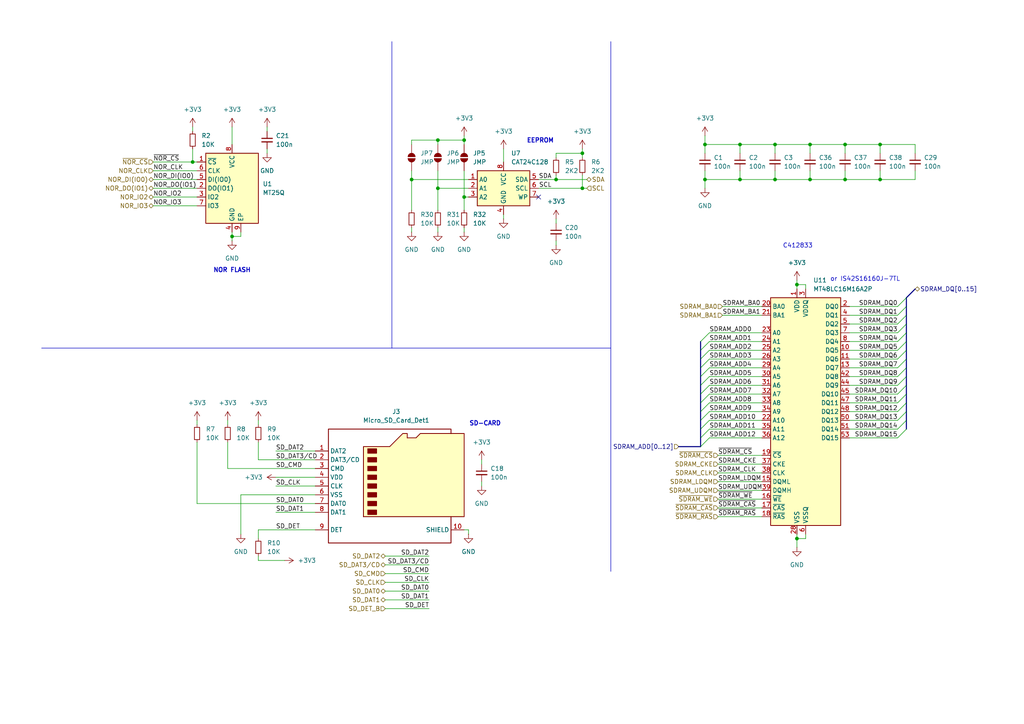
<source format=kicad_sch>
(kicad_sch (version 20231120) (generator "eeschema") (generator_version "8.0")
  (paper "A4")
  (lib_symbols
    (symbol "Connector:Micro_SD_Card_Det1"
      (property "Reference" "J" (at -16.51 17.78 0))
      (property "Value" "Micro_SD_Card_Det1" (at 16.51 17.78 0))
      (symbol "Micro_SD_Card_Det1_0_1"
        (rectangle (start -7.62 -6.985) (end -5.08 -8.255) (stroke (width 0.254)) (fill (type outline)))
        (rectangle (start -7.62 -4.445) (end -5.08 -5.715) (stroke (width 0.254)) (fill (type outline)))
        (rectangle (start -7.62 -1.905) (end -5.08 -3.175) (stroke (width 0.254)) (fill (type outline)))
        (rectangle (start -7.62 0.635) (end -5.08 -0.635) (stroke (width 0.254)) (fill (type outline)))
        (rectangle (start -7.62 3.175) (end -5.08 1.905) (stroke (width 0.254)) (fill (type outline)))
        (rectangle (start -7.62 5.715) (end -5.08 4.445) (stroke (width 0.254)) (fill (type outline)))
        (rectangle (start -7.62 8.255) (end -5.08 6.985) (stroke (width 0.254)) (fill (type outline)))
        (rectangle (start -7.62 10.795) (end -5.08 9.525) (stroke (width 0.254)) (fill (type outline)))
        (polyline (pts (xy 16.51 15.24) (xy 16.51 16.51) (xy -19.05 16.51) (xy -19.05 -16.51) (xy 16.51 -16.51) (xy 16.51 -8.89)) (stroke (width 0.254)))
        (polyline (pts (xy -8.89 -8.89) (xy -8.89 11.43) (xy -1.27 11.43) (xy 2.54 15.24) (xy 3.81 15.24) (xy 3.81 13.97) (xy 6.35 13.97) (xy 7.62 15.24) (xy 20.32 15.24) (xy 20.32 -8.89) (xy -8.89 -8.89)) (stroke (width 0.254)) (fill (type background)))
      )
      (symbol "Micro_SD_Card_Det1_1_1"
        (pin bidirectional line (at -22.86 10.16 0) (length 3.81) (name "DAT2") (number "1"))
        (pin passive line (at 20.32 -12.7 180) (length 3.81) (name "SHIELD") (number "10"))
        (pin bidirectional line (at -22.86 7.62 0) (length 3.81) (name "DAT3/CD") (number "2"))
        (pin input line (at -22.86 5.08 0) (length 3.81) (name "CMD") (number "3"))
        (pin power_in line (at -22.86 2.54 0) (length 3.81) (name "VDD") (number "4"))
        (pin input line (at -22.86 0 0) (length 3.81) (name "CLK") (number "5"))
        (pin power_in line (at -22.86 -2.54 0) (length 3.81) (name "VSS") (number "6"))
        (pin bidirectional line (at -22.86 -5.08 0) (length 3.81) (name "DAT0") (number "7"))
        (pin bidirectional line (at -22.86 -7.62 0) (length 3.81) (name "DAT1") (number "8"))
        (pin passive line (at -22.86 -12.7 0) (length 3.81) (name "DET") (number "9"))
      )
    )
    (symbol "Device:C_Small" (pin_numbers hide) (pin_names (offset 0.254) hide)
      (property "Reference" "C" (at 0.254 1.778 0))
      (property "Value" "C_Small" (at 0.254 -2.032 0))
      (symbol "C_Small_0_1"
        (polyline (pts (xy -1.524 -0.508) (xy 1.524 -0.508)) (stroke (width 0.3302)))
        (polyline (pts (xy -1.524 0.508) (xy 1.524 0.508)) (stroke (width 0.3048)))
      )
      (symbol "C_Small_1_1"
        (pin passive line (at 0 2.54 270) (length 2.032) (name "~") (number "1"))
        (pin passive line (at 0 -2.54 90) (length 2.032) (name "~") (number "2"))
      )
    )
    (symbol "Device:R_Small" (pin_numbers hide) (pin_names (offset 0.254) hide)
      (property "Reference" "R" (at 0.762 0.508 0))
      (property "Value" "R_Small" (at 0.762 -1.016 0))
      (symbol "R_Small_0_1"
        (rectangle (start -0.762 1.778) (end 0.762 -1.778) (stroke (width 0.2032)))
      )
      (symbol "R_Small_1_1"
        (pin passive line (at 0 2.54 270) (length 0.762) (name "~") (number "1"))
        (pin passive line (at 0 -2.54 90) (length 0.762) (name "~") (number "2"))
      )
    )
    (symbol "GND_1" (power) (pin_numbers hide) (pin_names (offset 0) hide)
      (property "Value" "GND" (at 0 -3.81 0))
      (symbol "GND_1_0_1"
        (polyline (pts (xy 0 0) (xy 0 -1.27) (xy 1.27 -1.27) (xy 0 -2.54) (xy -1.27 -1.27) (xy 0 -1.27)))
      )
      (symbol "GND_1_1_1"
        (pin power_in line (at 0 0 270) (length 0) (name "~") (number "1"))
      )
    )
    (symbol "GND_2" (power) (pin_numbers hide) (pin_names (offset 0) hide)
      (property "Value" "GND" (at 0 -3.81 0))
      (symbol "GND_2_0_1"
        (polyline (pts (xy 0 0) (xy 0 -1.27) (xy 1.27 -1.27) (xy 0 -2.54) (xy -1.27 -1.27) (xy 0 -1.27)))
      )
      (symbol "GND_2_1_1"
        (pin power_in line (at 0 0 270) (length 0) (name "~") (number "1"))
      )
    )
    (symbol "GND_5" (power) (pin_numbers hide) (pin_names (offset 0) hide)
      (property "Value" "GND" (at 0 -3.81 0))
      (symbol "GND_5_0_1"
        (polyline (pts (xy 0 0) (xy 0 -1.27) (xy 1.27 -1.27) (xy 0 -2.54) (xy -1.27 -1.27) (xy 0 -1.27)))
      )
      (symbol "GND_5_1_1"
        (pin power_in line (at 0 0 270) (length 0) (name "~") (number "1"))
      )
    )
    (symbol "Jumper:SolderJumper_2_Open" (pin_numbers hide) (pin_names (offset 0) hide) (exclude_from_sim yes) (in_bom no)
      (property "Reference" "JP" (at 0 2.032 0))
      (property "Value" "SolderJumper_2_Open" (at 0 -2.54 0))
      (symbol "SolderJumper_2_Open_0_1"
        (arc (start -0.254 1.016) (mid -1.2656 0) (end -0.254 -1.016))
        (arc (start -0.254 1.016) (mid -1.2656 0) (end -0.254 -1.016) (fill (type outline)))
        (polyline (pts (xy -0.254 1.016) (xy -0.254 -1.016)))
        (polyline (pts (xy 0.254 1.016) (xy 0.254 -1.016)))
        (arc (start 0.254 -1.016) (mid 1.2656 0) (end 0.254 1.016))
        (arc (start 0.254 -1.016) (mid 1.2656 0) (end 0.254 1.016) (fill (type outline)))
      )
      (symbol "SolderJumper_2_Open_1_1"
        (pin passive line (at -3.81 0 0) (length 2.54) (name "A") (number "1"))
        (pin passive line (at 3.81 0 180) (length 2.54) (name "B") (number "2"))
      )
    )
    (symbol "Memory_EEPROM:CAT24C128"
      (property "Reference" "U" (at -6.35 6.35 0))
      (property "Value" "CAT24C128" (at 1.27 6.35 0))
      (symbol "CAT24C128_1_1"
        (rectangle (start -7.62 5.08) (end 7.62 -5.08) (stroke (width 0.254)) (fill (type background)))
        (pin input line (at -10.16 2.54 0) (length 2.54) (name "A0") (number "1"))
        (pin input line (at -10.16 0 0) (length 2.54) (name "A1") (number "2"))
        (pin input line (at -10.16 -2.54 0) (length 2.54) (name "A2") (number "3"))
        (pin power_in line (at 0 -7.62 90) (length 2.54) (name "GND") (number "4"))
        (pin bidirectional line (at 10.16 2.54 180) (length 2.54) (name "SDA") (number "5"))
        (pin input line (at 10.16 0 180) (length 2.54) (name "SCL") (number "6"))
        (pin input line (at 10.16 -2.54 180) (length 2.54) (name "WP") (number "7"))
        (pin power_in line (at 0 7.62 270) (length 2.54) (name "VCC") (number "8"))
      )
    )
    (symbol "Memory_Flash:W25Q32JVZP"
      (property "Reference" "U" (at -6.35 11.43 0))
      (property "Value" "W25Q32JVZP" (at 7.62 11.43 0))
      (symbol "W25Q32JVZP_0_1"
        (rectangle (start -7.62 10.16) (end 7.62 -10.16) (stroke (width 0.254)) (fill (type background)))
      )
      (symbol "W25Q32JVZP_1_1"
        (pin input line (at -10.16 7.62 0) (length 2.54) (name "~{CS}") (number "1"))
        (pin bidirectional line (at -10.16 0 0) (length 2.54) (name "DO(IO1)") (number "2"))
        (pin bidirectional line (at -10.16 -2.54 0) (length 2.54) (name "IO2") (number "3"))
        (pin power_in line (at 0 -12.7 90) (length 2.54) (name "GND") (number "4"))
        (pin bidirectional line (at -10.16 2.54 0) (length 2.54) (name "DI(IO0)") (number "5"))
        (pin input line (at -10.16 5.08 0) (length 2.54) (name "CLK") (number "6"))
        (pin bidirectional line (at -10.16 -5.08 0) (length 2.54) (name "IO3") (number "7"))
        (pin power_in line (at 0 12.7 270) (length 2.54) (name "VCC") (number "8"))
        (pin passive line (at 2.54 -12.7 90) (length 2.54) (name "EP") (number "9"))
      )
    )
    (symbol "Memory_RAM:MT48LC16M16A2P"
      (property "Reference" "U" (at -8.89 34.29 0))
      (property "Value" "MT48LC16M16A2P" (at 8.89 34.29 0))
      (symbol "MT48LC16M16A2P_0_1"
        (rectangle (start -10.16 33.02) (end 10.16 -33.02) (stroke (width 0.254)) (fill (type background)))
      )
      (symbol "MT48LC16M16A2P_1_1"
        (pin power_in line (at -2.54 35.56 270) (length 2.54) (name "VDD") (number "1"))
        (pin bidirectional line (at 12.7 17.78 180) (length 2.54) (name "DQ5") (number "10"))
        (pin bidirectional line (at 12.7 15.24 180) (length 2.54) (name "DQ6") (number "11"))
        (pin passive line (at 0 -35.56 90) (length 2.54) hide (name "VSSQ") (number "12"))
        (pin bidirectional line (at 12.7 12.7 180) (length 2.54) (name "DQ7") (number "13"))
        (pin passive line (at -2.54 35.56 270) (length 2.54) hide (name "VDD") (number "14"))
        (pin input line (at -12.7 -20.32 0) (length 2.54) (name "DQML") (number "15"))
        (pin input line (at -12.7 -25.4 0) (length 2.54) (name "~{WE}") (number "16"))
        (pin input line (at -12.7 -27.94 0) (length 2.54) (name "~{CAS}") (number "17"))
        (pin input line (at -12.7 -30.48 0) (length 2.54) (name "~{RAS}") (number "18"))
        (pin input line (at -12.7 -12.7 0) (length 2.54) (name "~{CS}") (number "19"))
        (pin bidirectional line (at 12.7 30.48 180) (length 2.54) (name "DQ0") (number "2"))
        (pin input line (at -12.7 30.48 0) (length 2.54) (name "BA0") (number "20"))
        (pin input line (at -12.7 27.94 0) (length 2.54) (name "BA1") (number "21"))
        (pin input line (at -12.7 -2.54 0) (length 2.54) (name "A10") (number "22"))
        (pin input line (at -12.7 22.86 0) (length 2.54) (name "A0") (number "23"))
        (pin input line (at -12.7 20.32 0) (length 2.54) (name "A1") (number "24"))
        (pin input line (at -12.7 17.78 0) (length 2.54) (name "A2") (number "25"))
        (pin input line (at -12.7 15.24 0) (length 2.54) (name "A3") (number "26"))
        (pin passive line (at -2.54 35.56 270) (length 2.54) hide (name "VDD") (number "27"))
        (pin power_in line (at -2.54 -35.56 90) (length 2.54) (name "VSS") (number "28"))
        (pin input line (at -12.7 12.7 0) (length 2.54) (name "A4") (number "29"))
        (pin power_in line (at 0 35.56 270) (length 2.54) (name "VDDQ") (number "3"))
        (pin input line (at -12.7 10.16 0) (length 2.54) (name "A5") (number "30"))
        (pin input line (at -12.7 7.62 0) (length 2.54) (name "A6") (number "31"))
        (pin input line (at -12.7 5.08 0) (length 2.54) (name "A7") (number "32"))
        (pin input line (at -12.7 2.54 0) (length 2.54) (name "A8") (number "33"))
        (pin input line (at -12.7 0 0) (length 2.54) (name "A9") (number "34"))
        (pin input line (at -12.7 -5.08 0) (length 2.54) (name "A11") (number "35"))
        (pin input line (at -12.7 -7.62 0) (length 2.54) (name "A12") (number "36"))
        (pin input line (at -12.7 -15.24 0) (length 2.54) (name "CKE") (number "37"))
        (pin input line (at -12.7 -17.78 0) (length 2.54) (name "CLK") (number "38"))
        (pin input line (at -12.7 -22.86 0) (length 2.54) (name "DQMH") (number "39"))
        (pin bidirectional line (at 12.7 27.94 180) (length 2.54) (name "DQ1") (number "4"))
        (pin no_connect line (at 10.16 -20.32 180) (length 2.54) hide (name "NC") (number "40"))
        (pin passive line (at -2.54 -35.56 90) (length 2.54) hide (name "VSS") (number "41"))
        (pin bidirectional line (at 12.7 10.16 180) (length 2.54) (name "DQ8") (number "42"))
        (pin passive line (at 0 35.56 270) (length 2.54) hide (name "VDDQ") (number "43"))
        (pin bidirectional line (at 12.7 7.62 180) (length 2.54) (name "DQ9") (number "44"))
        (pin bidirectional line (at 12.7 5.08 180) (length 2.54) (name "DQ10") (number "45"))
        (pin passive line (at 0 -35.56 90) (length 2.54) hide (name "VSSQ") (number "46"))
        (pin bidirectional line (at 12.7 2.54 180) (length 2.54) (name "DQ11") (number "47"))
        (pin bidirectional line (at 12.7 0 180) (length 2.54) (name "DQ12") (number "48"))
        (pin passive line (at 0 35.56 270) (length 2.54) hide (name "VDDQ") (number "49"))
        (pin bidirectional line (at 12.7 25.4 180) (length 2.54) (name "DQ2") (number "5"))
        (pin bidirectional line (at 12.7 -2.54 180) (length 2.54) (name "DQ13") (number "50"))
        (pin bidirectional line (at 12.7 -5.08 180) (length 2.54) (name "DQ14") (number "51"))
        (pin passive line (at 0 -35.56 90) (length 2.54) hide (name "VSSQ") (number "52"))
        (pin bidirectional line (at 12.7 -7.62 180) (length 2.54) (name "DQ15") (number "53"))
        (pin passive line (at -2.54 -35.56 90) (length 2.54) hide (name "VSS") (number "54"))
        (pin power_in line (at 0 -35.56 90) (length 2.54) (name "VSSQ") (number "6"))
        (pin bidirectional line (at 12.7 22.86 180) (length 2.54) (name "DQ3") (number "7"))
        (pin bidirectional line (at 12.7 20.32 180) (length 2.54) (name "DQ4") (number "8"))
        (pin passive line (at 0 35.56 270) (length 2.54) hide (name "VDDQ") (number "9"))
      )
    )
    (symbol "power:+3V3" (power) (pin_names (offset 0))
      (property "Value" "+3V3" (at 0 3.556 0))
      (symbol "+3V3_0_1"
        (polyline (pts (xy -0.762 1.27) (xy 0 2.54)))
        (polyline (pts (xy 0 0) (xy 0 2.54)))
        (polyline (pts (xy 0 2.54) (xy 0.762 1.27)))
      )
      (symbol "+3V3_1_1"
        (pin power_in line (at 0 0 90) (length 0) hide (name "+3V3") (number "1"))
      )
    )
    (symbol "power:GND" (power) (pin_names (offset 0))
      (property "Value" "GND" (at 0 -3.81 0))
      (symbol "GND_0_1"
        (polyline (pts (xy 0 0) (xy 0 -1.27) (xy 1.27 -1.27) (xy 0 -2.54) (xy -1.27 -1.27) (xy 0 -1.27)))
      )
      (symbol "GND_1_1"
        (pin power_in line (at 0 0 270) (length 0) hide (name "GND") (number "1"))
      )
    )
  )
  (junction (at 127 40.64))
  (junction (at 168.91 54.61))
  (junction (at 255.27 52.07))
  (junction (at 234.95 52.07))
  (junction (at 214.63 52.07))
  (junction (at 119.38 52.07))
  (junction (at 245.11 52.07))
  (junction (at 67.31 68.58))
  (junction (at 134.62 57.15))
  (junction (at 231.14 82.55))
  (junction (at 214.63 41.91))
  (junction (at 224.79 52.07))
  (junction (at 134.62 40.64))
  (junction (at 204.47 41.91))
  (junction (at 168.91 44.45))
  (junction (at 231.14 156.21))
  (junction (at 255.27 41.91))
  (junction (at 204.47 52.07))
  (junction (at 127 54.61))
  (junction (at 161.29 52.07))
  (junction (at 55.88 46.99))
  (junction (at 234.95 41.91))
  (junction (at 245.11 41.91))
  (junction (at 224.79 41.91))
  (no_connect (at 156.21 57.15))
  (bus_entry (at 203.2 106.68) (size 2.54 -2.54))
  (bus_entry (at 260.35 104.14) (size 2.54 -2.54))
  (bus_entry (at 260.35 121.92) (size 2.54 -2.54))
  (bus_entry (at 203.2 104.14) (size 2.54 -2.54))
  (bus_entry (at 203.2 129.54) (size 2.54 -2.54))
  (bus_entry (at 260.35 88.9) (size 2.54 -2.54))
  (bus_entry (at 260.35 124.46) (size 2.54 -2.54))
  (bus_entry (at 203.2 121.92) (size 2.54 -2.54))
  (bus_entry (at 260.35 101.6) (size 2.54 -2.54))
  (bus_entry (at 260.35 96.52) (size 2.54 -2.54))
  (bus_entry (at 203.2 116.84) (size 2.54 -2.54))
  (bus_entry (at 203.2 114.3) (size 2.54 -2.54))
  (bus_entry (at 260.35 119.38) (size 2.54 -2.54))
  (bus_entry (at 203.2 119.38) (size 2.54 -2.54))
  (bus_entry (at 203.2 99.06) (size 2.54 -2.54))
  (bus_entry (at 260.35 99.06) (size 2.54 -2.54))
  (bus_entry (at 260.35 106.68) (size 2.54 -2.54))
  (bus_entry (at 203.2 101.6) (size 2.54 -2.54))
  (bus_entry (at 203.2 109.22) (size 2.54 -2.54))
  (bus_entry (at 203.2 124.46) (size 2.54 -2.54))
  (bus_entry (at 260.35 93.98) (size 2.54 -2.54))
  (bus_entry (at 260.35 127) (size 2.54 -2.54))
  (bus_entry (at 260.35 91.44) (size 2.54 -2.54))
  (bus_entry (at 260.35 109.22) (size 2.54 -2.54))
  (bus_entry (at 203.2 127) (size 2.54 -2.54))
  (bus_entry (at 203.2 111.76) (size 2.54 -2.54))
  (bus_entry (at 260.35 114.3) (size 2.54 -2.54))
  (bus_entry (at 260.35 111.76) (size 2.54 -2.54))
  (bus_entry (at 260.35 116.84) (size 2.54 -2.54))
  (wire (pts (xy 44.45 57.15) (xy 57.15 57.15)))
  (wire (pts (xy 234.95 41.91) (xy 245.11 41.91)))
  (wire (pts (xy 204.47 49.53) (xy 204.47 52.07)))
  (wire (pts (xy 246.38 124.46) (xy 260.35 124.46)))
  (bus (pts (xy 203.2 116.84) (xy 203.2 114.3)))
  (wire (pts (xy 204.47 41.91) (xy 214.63 41.91)))
  (wire (pts (xy 205.74 99.06) (xy 220.98 99.06)))
  (wire (pts (xy 205.74 96.52) (xy 220.98 96.52)))
  (wire (pts (xy 74.93 153.67) (xy 74.93 156.21)))
  (wire (pts (xy 74.93 133.35) (xy 91.44 133.35)))
  (wire (pts (xy 246.38 116.84) (xy 260.35 116.84)))
  (wire (pts (xy 205.74 101.6) (xy 220.98 101.6)))
  (wire (pts (xy 245.11 52.07) (xy 255.27 52.07)))
  (wire (pts (xy 127 54.61) (xy 135.89 54.61)))
  (wire (pts (xy 80.01 138.43) (xy 91.44 138.43)))
  (wire (pts (xy 255.27 41.91) (xy 265.43 41.91)))
  (wire (pts (xy 134.62 67.31) (xy 134.62 66.04)))
  (wire (pts (xy 205.74 104.14) (xy 220.98 104.14)))
  (wire (pts (xy 55.88 46.99) (xy 57.15 46.99)))
  (polyline (pts (xy 12.065 100.965) (xy 177.165 100.965)))
  (wire (pts (xy 156.21 52.07) (xy 161.29 52.07)))
  (wire (pts (xy 234.95 49.53) (xy 234.95 52.07)))
  (wire (pts (xy 168.91 54.61) (xy 170.18 54.61)))
  (wire (pts (xy 208.28 137.16) (xy 220.98 137.16)))
  (wire (pts (xy 233.68 156.21) (xy 231.14 156.21)))
  (wire (pts (xy 74.93 162.56) (xy 74.93 161.29)))
  (wire (pts (xy 124.46 161.29) (xy 111.76 161.29)))
  (wire (pts (xy 205.74 116.84) (xy 220.98 116.84)))
  (polyline (pts (xy 113.665 12.065) (xy 113.665 100.965)))
  (wire (pts (xy 146.05 63.5) (xy 146.05 62.23)))
  (wire (pts (xy 234.95 52.07) (xy 245.11 52.07)))
  (wire (pts (xy 255.27 49.53) (xy 255.27 52.07)))
  (bus (pts (xy 262.89 119.38) (xy 262.89 116.84)))
  (wire (pts (xy 66.04 128.27) (xy 66.04 135.89)))
  (wire (pts (xy 127 67.31) (xy 127 66.04)))
  (wire (pts (xy 134.62 40.64) (xy 134.62 41.91)))
  (wire (pts (xy 246.38 91.44) (xy 260.35 91.44)))
  (wire (pts (xy 205.74 127) (xy 220.98 127)))
  (wire (pts (xy 161.29 69.85) (xy 161.29 71.12)))
  (wire (pts (xy 161.29 45.72) (xy 161.29 44.45)))
  (bus (pts (xy 262.89 93.98) (xy 262.89 91.44)))
  (wire (pts (xy 245.11 49.53) (xy 245.11 52.07)))
  (wire (pts (xy 255.27 41.91) (xy 255.27 44.45)))
  (wire (pts (xy 245.11 41.91) (xy 245.11 44.45)))
  (wire (pts (xy 44.45 59.69) (xy 57.15 59.69)))
  (wire (pts (xy 124.46 168.91) (xy 111.76 168.91)))
  (wire (pts (xy 205.74 119.38) (xy 220.98 119.38)))
  (bus (pts (xy 262.89 114.3) (xy 262.89 111.76)))
  (wire (pts (xy 161.29 52.07) (xy 161.29 50.8)))
  (wire (pts (xy 233.68 82.55) (xy 231.14 82.55)))
  (wire (pts (xy 134.62 49.53) (xy 134.62 57.15)))
  (wire (pts (xy 204.47 39.37) (xy 204.47 41.91)))
  (wire (pts (xy 146.05 43.18) (xy 146.05 46.99)))
  (wire (pts (xy 119.38 52.07) (xy 135.89 52.07)))
  (wire (pts (xy 208.28 142.24) (xy 220.98 142.24)))
  (wire (pts (xy 224.79 49.53) (xy 224.79 52.07)))
  (wire (pts (xy 214.63 41.91) (xy 224.79 41.91)))
  (wire (pts (xy 161.29 63.5) (xy 161.29 64.77)))
  (wire (pts (xy 44.45 52.07) (xy 57.15 52.07)))
  (wire (pts (xy 208.28 139.7) (xy 220.98 139.7)))
  (wire (pts (xy 208.28 149.86) (xy 220.98 149.86)))
  (wire (pts (xy 44.45 49.53) (xy 57.15 49.53)))
  (wire (pts (xy 246.38 99.06) (xy 260.35 99.06)))
  (wire (pts (xy 246.38 121.92) (xy 260.35 121.92)))
  (wire (pts (xy 205.74 106.68) (xy 220.98 106.68)))
  (wire (pts (xy 204.47 52.07) (xy 204.47 54.61)))
  (wire (pts (xy 134.62 57.15) (xy 135.89 57.15)))
  (wire (pts (xy 124.46 166.37) (xy 111.76 166.37)))
  (wire (pts (xy 214.63 41.91) (xy 214.63 44.45)))
  (wire (pts (xy 246.38 106.68) (xy 260.35 106.68)))
  (wire (pts (xy 209.55 88.9) (xy 220.98 88.9)))
  (wire (pts (xy 231.14 82.55) (xy 231.14 83.82)))
  (wire (pts (xy 74.93 128.27) (xy 74.93 133.35)))
  (wire (pts (xy 246.38 119.38) (xy 260.35 119.38)))
  (wire (pts (xy 127 54.61) (xy 127 60.96)))
  (wire (pts (xy 265.43 49.53) (xy 265.43 52.07)))
  (wire (pts (xy 204.47 41.91) (xy 204.47 44.45)))
  (wire (pts (xy 205.74 121.92) (xy 220.98 121.92)))
  (wire (pts (xy 55.88 36.83) (xy 55.88 38.1)))
  (wire (pts (xy 66.04 121.92) (xy 66.04 123.19)))
  (wire (pts (xy 67.31 68.58) (xy 67.31 67.31)))
  (bus (pts (xy 203.2 119.38) (xy 203.2 116.84)))
  (wire (pts (xy 224.79 52.07) (xy 234.95 52.07)))
  (wire (pts (xy 44.45 46.99) (xy 55.88 46.99)))
  (wire (pts (xy 134.62 153.67) (xy 135.89 153.67)))
  (wire (pts (xy 204.47 52.07) (xy 214.63 52.07)))
  (wire (pts (xy 161.29 52.07) (xy 170.18 52.07)))
  (bus (pts (xy 203.2 127) (xy 203.2 124.46)))
  (wire (pts (xy 205.74 111.76) (xy 220.98 111.76)))
  (wire (pts (xy 265.43 41.91) (xy 265.43 44.45)))
  (bus (pts (xy 203.2 101.6) (xy 203.2 99.06)))
  (wire (pts (xy 124.46 171.45) (xy 111.76 171.45)))
  (bus (pts (xy 203.2 124.46) (xy 203.2 121.92)))
  (wire (pts (xy 80.01 140.97) (xy 91.44 140.97)))
  (bus (pts (xy 262.89 91.44) (xy 262.89 88.9)))
  (wire (pts (xy 246.38 104.14) (xy 260.35 104.14)))
  (wire (pts (xy 168.91 43.18) (xy 168.91 44.45)))
  (wire (pts (xy 134.62 39.37) (xy 134.62 40.64)))
  (bus (pts (xy 203.2 121.92) (xy 203.2 119.38)))
  (wire (pts (xy 208.28 132.08) (xy 220.98 132.08)))
  (wire (pts (xy 224.79 41.91) (xy 234.95 41.91)))
  (bus (pts (xy 262.89 86.36) (xy 265.43 83.82)))
  (wire (pts (xy 161.29 44.45) (xy 168.91 44.45)))
  (wire (pts (xy 124.46 176.53) (xy 111.76 176.53)))
  (wire (pts (xy 234.95 41.91) (xy 234.95 44.45)))
  (wire (pts (xy 119.38 52.07) (xy 119.38 60.96)))
  (wire (pts (xy 208.28 144.78) (xy 220.98 144.78)))
  (wire (pts (xy 124.46 173.99) (xy 111.76 173.99)))
  (wire (pts (xy 55.88 43.18) (xy 55.88 46.99)))
  (wire (pts (xy 139.7 133.35) (xy 139.7 134.62)))
  (wire (pts (xy 57.15 128.27) (xy 57.15 146.05)))
  (wire (pts (xy 214.63 52.07) (xy 224.79 52.07)))
  (bus (pts (xy 203.2 109.22) (xy 203.2 106.68)))
  (wire (pts (xy 233.68 154.94) (xy 233.68 156.21)))
  (wire (pts (xy 77.47 36.83) (xy 77.47 38.1)))
  (wire (pts (xy 74.93 121.92) (xy 74.93 123.19)))
  (bus (pts (xy 262.89 116.84) (xy 262.89 114.3)))
  (wire (pts (xy 119.38 49.53) (xy 119.38 52.07)))
  (wire (pts (xy 66.04 135.89) (xy 91.44 135.89)))
  (wire (pts (xy 233.68 83.82) (xy 233.68 82.55)))
  (wire (pts (xy 246.38 101.6) (xy 260.35 101.6)))
  (wire (pts (xy 246.38 109.22) (xy 260.35 109.22)))
  (bus (pts (xy 262.89 88.9) (xy 262.89 86.36)))
  (wire (pts (xy 246.38 93.98) (xy 260.35 93.98)))
  (wire (pts (xy 135.89 153.67) (xy 135.89 154.94)))
  (wire (pts (xy 231.14 81.28) (xy 231.14 82.55)))
  (wire (pts (xy 246.38 96.52) (xy 260.35 96.52)))
  (wire (pts (xy 57.15 146.05) (xy 91.44 146.05)))
  (wire (pts (xy 214.63 49.53) (xy 214.63 52.07)))
  (wire (pts (xy 246.38 111.76) (xy 260.35 111.76)))
  (bus (pts (xy 262.89 99.06) (xy 262.89 96.52)))
  (wire (pts (xy 205.74 124.46) (xy 220.98 124.46)))
  (bus (pts (xy 262.89 111.76) (xy 262.89 109.22)))
  (wire (pts (xy 80.01 148.59) (xy 91.44 148.59)))
  (bus (pts (xy 203.2 114.3) (xy 203.2 111.76)))
  (wire (pts (xy 246.38 88.9) (xy 260.35 88.9)))
  (wire (pts (xy 208.28 134.62) (xy 220.98 134.62)))
  (bus (pts (xy 262.89 104.14) (xy 262.89 101.6)))
  (wire (pts (xy 231.14 156.21) (xy 231.14 154.94)))
  (wire (pts (xy 69.85 68.58) (xy 67.31 68.58)))
  (wire (pts (xy 124.46 163.83) (xy 111.76 163.83)))
  (bus (pts (xy 262.89 121.92) (xy 262.89 119.38)))
  (wire (pts (xy 255.27 52.07) (xy 265.43 52.07)))
  (wire (pts (xy 119.38 41.91) (xy 119.38 40.64)))
  (polyline (pts (xy 177.165 12.065) (xy 177.165 165.735)))
  (wire (pts (xy 246.38 114.3) (xy 260.35 114.3)))
  (bus (pts (xy 262.89 101.6) (xy 262.89 99.06)))
  (wire (pts (xy 134.62 57.15) (xy 134.62 60.96)))
  (wire (pts (xy 127 49.53) (xy 127 54.61)))
  (wire (pts (xy 69.85 67.31) (xy 69.85 68.58)))
  (wire (pts (xy 208.28 147.32) (xy 220.98 147.32)))
  (bus (pts (xy 262.89 106.68) (xy 262.89 104.14)))
  (wire (pts (xy 82.55 162.56) (xy 74.93 162.56)))
  (wire (pts (xy 67.31 69.85) (xy 67.31 68.58)))
  (bus (pts (xy 262.89 96.52) (xy 262.89 93.98)))
  (wire (pts (xy 205.74 109.22) (xy 220.98 109.22)))
  (bus (pts (xy 203.2 104.14) (xy 203.2 101.6)))
  (wire (pts (xy 231.14 158.75) (xy 231.14 156.21)))
  (wire (pts (xy 119.38 40.64) (xy 127 40.64)))
  (wire (pts (xy 67.31 36.83) (xy 67.31 41.91)))
  (wire (pts (xy 80.01 130.81) (xy 91.44 130.81)))
  (wire (pts (xy 205.74 114.3) (xy 220.98 114.3)))
  (wire (pts (xy 57.15 121.92) (xy 57.15 123.19)))
  (wire (pts (xy 77.47 43.18) (xy 77.47 44.45)))
  (wire (pts (xy 246.38 127) (xy 260.35 127)))
  (wire (pts (xy 168.91 54.61) (xy 168.91 50.8)))
  (wire (pts (xy 74.93 153.67) (xy 91.44 153.67)))
  (wire (pts (xy 224.79 41.91) (xy 224.79 44.45)))
  (bus (pts (xy 262.89 109.22) (xy 262.89 106.68)))
  (wire (pts (xy 44.45 54.61) (xy 57.15 54.61)))
  (wire (pts (xy 119.38 67.31) (xy 119.38 66.04)))
  (bus (pts (xy 203.2 127) (xy 203.2 129.54)))
  (wire (pts (xy 156.21 54.61) (xy 168.91 54.61)))
  (bus (pts (xy 196.85 129.54) (xy 203.2 129.54)))
  (wire (pts (xy 209.55 91.44) (xy 220.98 91.44)))
  (wire (pts (xy 168.91 44.45) (xy 168.91 45.72)))
  (bus (pts (xy 203.2 111.76) (xy 203.2 109.22)))
  (bus (pts (xy 203.2 106.68) (xy 203.2 104.14)))
  (wire (pts (xy 127 40.64) (xy 134.62 40.64)))
  (wire (pts (xy 245.11 41.91) (xy 255.27 41.91)))
  (wire (pts (xy 139.7 139.7) (xy 139.7 140.97)))
  (wire (pts (xy 127 40.64) (xy 127 41.91)))
  (wire (pts (xy 69.85 143.51) (xy 69.85 154.94)))
  (wire (pts (xy 69.85 143.51) (xy 91.44 143.51)))
  (bus (pts (xy 262.89 124.46) (xy 262.89 121.92)))
  (text "C412833" (at 231.394 71.374 0) (effects (font (size 1.27 1.27))))
  (text "NOR FLASH" (at 67.31 78.486 0) (effects (font (size 1.27 1.27) (thickness 0.254) (bold yes))))
  (text "SD-CARD" (at 140.716 122.936 0) (effects (font (size 1.27 1.27) (thickness 0.254) (bold yes))))
  (text "EEPROM" (at 156.718 40.894 0) (effects (font (size 1.27 1.27) (thickness 0.254) (bold yes))))
  (text "or IS42S16160J-7TL" (at 250.952 81.026 0) (effects (font (size 1.27 1.27))))
  (label "SDRAM_DQ7" (at 260.35 106.68 180))
  (label "SD_CMD" (at 80.01 135.89 0))
  (label "SDRAM_ADD4" (at 205.74 106.68 0))
  (label "SDRAM_DQ0" (at 260.35 88.9 180))
  (label "SDRAM_ADD12" (at 205.74 127 0))
  (label "NOR_CLK" (at 44.45 49.53 0))
  (label "SDRAM_DQ3" (at 260.35 96.52 180))
  (label "SD_DAT0" (at 124.46 171.45 180))
  (label "SDRAM_DQ9" (at 260.35 111.76 180))
  (label "SDRAM_ADD7" (at 205.74 114.3 0))
  (label "SDA" (at 160.02 52.07 180))
  (label "SDRAM_ADD8" (at 205.74 116.84 0))
  (label "SDRAM_ADD11" (at 205.74 124.46 0))
  (label "SDRAM_DQ14" (at 260.35 124.46 180))
  (label "SDRAM_UDQM" (at 208.28 142.24 0))
  (label "SDRAM_ADD10" (at 205.74 121.92 0))
  (label "SDRAM_DQ11" (at 260.35 116.84 180))
  (label "SDRAM_ADD1" (at 205.74 99.06 0))
  (label "SCL" (at 160.02 54.61 180))
  (label "SD_CLK" (at 124.46 168.91 180))
  (label "SDRAM_DQ1" (at 260.35 91.44 180))
  (label "SDRAM_BA1" (at 209.55 91.44 0))
  (label "SDRAM_DQ8" (at 260.35 109.22 180))
  (label "NOR_DI(IO0)" (at 44.45 52.07 0))
  (label "SDRAM_DQ12" (at 260.35 119.38 180))
  (label "SD_CLK" (at 80.01 140.97 0))
  (label "SDRAM_DQ15" (at 260.35 127 180))
  (label "SDRAM_DQ4" (at 260.35 99.06 180))
  (label "SD_DAT1" (at 80.01 148.59 0))
  (label "NOR_DO(IO1)" (at 44.45 54.61 0))
  (label "SD_DET" (at 124.46 176.53 180))
  (label "~{NOR_CS}" (at 44.45 46.99 0))
  (label "SD_CMD" (at 124.46 166.37 180))
  (label "~{SDRAM_CS}" (at 208.28 132.08 0))
  (label "SDRAM_ADD6" (at 205.74 111.76 0))
  (label "SDRAM_ADD5" (at 205.74 109.22 0))
  (label "SDRAM_ADD2" (at 205.74 101.6 0))
  (label "SDRAM_DQ2" (at 260.35 93.98 180))
  (label "SD_DAT1" (at 124.46 173.99 180))
  (label "~{SDRAM_RAS}" (at 208.28 149.86 0))
  (label "~{SDRAM_CAS}" (at 208.28 147.32 0))
  (label "SD_DAT2" (at 124.46 161.29 180))
  (label "SDRAM_LDQM" (at 208.28 139.7 0))
  (label "SDRAM_ADD3" (at 205.74 104.14 0))
  (label "SDRAM_CLK" (at 208.28 137.16 0))
  (label "SD_DAT3{slash}CD" (at 80.01 133.35 0))
  (label "NOR_IO3" (at 44.45 59.69 0))
  (label "SDRAM_DQ13" (at 260.35 121.92 180))
  (label "SD_DET" (at 80.01 153.67 0))
  (label "SD_DAT2" (at 80.01 130.81 0))
  (label "SDRAM_CKE" (at 208.28 134.62 0))
  (label "SD_DAT0" (at 80.01 146.05 0))
  (label "~{SDRAM_WE}" (at 208.28 144.78 0))
  (label "SDRAM_DQ5" (at 260.35 101.6 180))
  (label "SDRAM_BA0" (at 209.55 88.9 0))
  (label "SDRAM_ADD9" (at 205.74 119.38 0))
  (label "SDRAM_DQ10" (at 260.35 114.3 180))
  (label "SDRAM_DQ6" (at 260.35 104.14 180))
  (label "SD_DAT3{slash}CD" (at 124.46 163.83 180))
  (label "SDRAM_ADD0" (at 205.74 96.52 0))
  (label "NOR_IO2" (at 44.45 57.15 0))
  (hierarchical_label "NOR_IO2" (shape bidirectional) (at 44.45 57.15 180))
  (hierarchical_label "SDRAM_CKE" (shape input) (at 208.28 134.62 180))
  (hierarchical_label "~{SDRAM_WE}" (shape input) (at 208.28 144.78 180))
  (hierarchical_label "SDRAM_ADD[0..12]" (shape input) (at 196.85 129.54 180))
  (hierarchical_label "SD_CLK" (shape input) (at 111.76 168.91 180))
  (hierarchical_label "SDRAM_DQ[0..15]" (shape bidirectional) (at 265.43 83.82 0))
  (hierarchical_label "SDA" (shape bidirectional) (at 170.18 52.07 0))
  (hierarchical_label "SD_DET_B" (shape input) (at 111.76 176.53 180))
  (hierarchical_label "SD_DAT2" (shape bidirectional) (at 111.76 161.29 180))
  (hierarchical_label "NOR_DI(IO0)" (shape bidirectional) (at 44.45 52.07 180))
  (hierarchical_label "SD_CMD" (shape input) (at 111.76 166.37 180))
  (hierarchical_label "NOR_IO3" (shape bidirectional) (at 44.45 59.69 180))
  (hierarchical_label "SDRAM_UDQM" (shape input) (at 208.28 142.24 180))
  (hierarchical_label "SDRAM_CLK" (shape input) (at 208.28 137.16 180))
  (hierarchical_label "SD_DAT0" (shape bidirectional) (at 111.76 171.45 180))
  (hierarchical_label "NOR_CLK" (shape input) (at 44.45 49.53 180))
  (hierarchical_label "~{SDRAM_CAS}" (shape input) (at 208.28 147.32 180))
  (hierarchical_label "~{SDRAM_RAS}" (shape input) (at 208.28 149.86 180))
  (hierarchical_label "~{SDRAM_CS}" (shape input) (at 208.28 132.08 180))
  (hierarchical_label "SDRAM_BA0" (shape input) (at 209.55 88.9 180))
  (hierarchical_label "SD_DAT1" (shape bidirectional) (at 111.76 173.99 180))
  (hierarchical_label "SDRAM_BA1" (shape input) (at 209.55 91.44 180))
  (hierarchical_label "SCL" (shape input) (at 170.18 54.61 0))
  (hierarchical_label "NOR_DO(IO1)" (shape bidirectional) (at 44.45 54.61 180))
  (hierarchical_label "~{NOR_CS}" (shape input) (at 44.45 46.99 180))
  (hierarchical_label "SDRAM_LDQM" (shape input) (at 208.28 139.7 180))
  (hierarchical_label "SD_DAT3{slash}CD" (shape bidirectional) (at 111.76 163.83 180))
  (symbol (lib_name "GND_1") (lib_id "power:GND") (at 231.14 158.75 0) (unit 1)
    (property "Reference" "#PWR0121" (effects (hide yes)))
    (property "Value" "GND" (at 231.14 163.83 0))
    (property "Description" "Power symbol creates a global label with name \"GND\" , ground" (effects (hide yes)))
  )
  (symbol (lib_id "Device:C_Small") (at 224.79 46.99 0) (unit 1)
    (property "Reference" "C3" (at 227.33 45.7263 0) (effects (justify left)))
    (property "Value" "100n" (at 227.33 48.2663 0) (effects (justify left)))
    (property "Footprint" "Capacitor_SMD:C_0402_1005Metric" (effects (hide yes)))
    (property "JLCPCB Part #" "C307331" (effects (hide yes)))
  )
  (symbol (lib_name "GND_5") (lib_id "power:GND") (at 69.85 154.94 0) (unit 1)
    (property "Reference" "#PWR05" (effects (hide yes)))
    (property "Value" "GND" (at 69.85 160.02 0))
    (property "Description" "Power symbol creates a global label with name \"GND\" , ground" (effects (hide yes)))
  )
  (symbol (lib_id "Device:R_Small") (at 127 63.5 0) (unit 1)
    (property "Reference" "R31" (at 129.54 62.2299 0) (effects (justify left)))
    (property "Value" "10K" (at 129.54 64.7699 0) (effects (justify left)))
    (property "Footprint" "Resistor_SMD:R_0402_1005Metric" (effects (hide yes)))
    (property "Description" "Resistor, small symbol" (effects (hide yes)))
    (property "JLCPCB Part #" "C25744" (effects (hide yes)))
  )
  (symbol (lib_id "Device:C_Small") (at 265.43 46.99 0) (unit 1)
    (property "Reference" "C29" (at 267.97 45.7263 0) (effects (justify left)))
    (property "Value" "100n" (at 267.97 48.2663 0) (effects (justify left)))
    (property "Footprint" "Capacitor_SMD:C_0402_1005Metric" (effects (hide yes)))
    (property "JLCPCB Part #" "C307331" (effects (hide yes)))
  )
  (symbol (lib_id "power:+3V3") (at 80.01 138.43 90) (unit 1)
    (property "Reference" "#PWR04" (effects (hide yes)))
    (property "Value" "+3V3" (at 76.2 138.4299 90) (effects (justify left)))
    (property "Description" "Power symbol creates a global label with name \"+3V3\"" (effects (hide yes)))
  )
  (symbol (lib_id "power:+3V3") (at 231.14 81.28 0) (unit 1)
    (property "Reference" "#PWR0120" (effects (hide yes)))
    (property "Value" "+3V3" (at 231.14 76.2 0))
    (property "Description" "Power symbol creates a global label with name \"+3V3\"" (effects (hide yes)))
  )
  (symbol (lib_id "Memory_EEPROM:CAT24C128") (at 146.05 54.61 0) (unit 1)
    (property "Reference" "U7" (at 148.2441 44.45 0) (effects (justify left)))
    (property "Value" "CAT24C128" (at 148.2441 46.99 0) (effects (justify left)))
    (property "Footprint" "Package_SO:SOIC-8_3.9x4.9mm_P1.27mm" (effects (hide yes)))
    (property "Datasheet" "https://www.onsemi.com/pub/Collateral/CAT24C128-D.PDF" (effects (hide yes)))
    (property "Description" "128 kb CMOS Serial EEPROM, SOIC-8/TSSOP-8/DFN-8" (effects (hide yes)))
    (property "JLCPCB Part #" "C6482" (effects (hide yes)))
  )
  (symbol (lib_id "Device:R_Small") (at 161.29 48.26 0) (unit 1)
    (property "Reference" "R5" (at 163.83 46.9899 0) (effects (justify left)))
    (property "Value" "2K2" (at 163.83 49.5299 0) (effects (justify left)))
    (property "Footprint" "Resistor_SMD:R_0402_1005Metric" (effects (hide yes)))
    (property "Description" "Resistor, small symbol" (effects (hide yes)))
    (property "JLCPCB Part #" "C25879" (effects (hide yes)))
  )
  (symbol (lib_id "power:GND") (at 77.47 44.45 0) (unit 1)
    (property "Reference" "#PWR017" (effects (hide yes)))
    (property "Value" "GND" (at 77.47 49.53 0))
  )
  (symbol (lib_id "Device:C_Small") (at 139.7 137.16 0) (unit 1)
    (property "Reference" "C18" (at 142.24 135.8963 0) (effects (justify left)))
    (property "Value" "100n" (at 142.24 138.4363 0) (effects (justify left)))
    (property "Footprint" "Capacitor_SMD:C_0402_1005Metric" (effects (hide yes)))
    (property "JLCPCB Part #" "C307331" (effects (hide yes)))
  )
  (symbol (lib_id "power:+3V3") (at 146.05 43.18 0) (unit 1)
    (property "Reference" "#PWR042" (effects (hide yes)))
    (property "Value" "+3V3" (at 146.05 38.1 0))
    (property "Description" "Power symbol creates a global label with name \"+3V3\"" (effects (hide yes)))
  )
  (symbol (lib_name "GND_1") (lib_id "power:GND") (at 67.31 69.85 0) (unit 1)
    (property "Reference" "#PWR038" (effects (hide yes)))
    (property "Value" "GND" (at 67.31 74.93 0))
    (property "Description" "Power symbol creates a global label with name \"GND\" , ground" (effects (hide yes)))
  )
  (symbol (lib_id "Jumper:SolderJumper_2_Open") (at 134.62 45.72 90) (unit 1) (exclude_from_sim yes) (in_bom no)
    (property "Reference" "JP5" (at 137.16 44.4499 90) (effects (justify right)))
    (property "Value" "JMP" (at 137.16 46.9899 90) (effects (justify right)))
    (property "Footprint" "Jumper:SolderJumper-2_P1.3mm_Open_RoundedPad1.0x1.5mm" (effects (hide yes)))
    (property "Description" "Solder Jumper, 2-pole, open" (effects (hide yes)))
  )
  (symbol (lib_id "Connector:Micro_SD_Card_Det1") (at 114.3 140.97 0) (unit 1)
    (property "Reference" "J3" (at 114.935 119.38 0))
    (property "Value" "Micro_SD_Card_Det1" (at 114.935 121.92 0))
    (property "Footprint" "TF-115:SD-TF-115" (effects (hide yes)))
    (property "Datasheet" "https://datasheet.lcsc.com/lcsc/2110151630_XKB-Connectivity-XKTF-015-N_C381082.pdf" (effects (hide yes)))
    (property "Description" "Micro SD Card Socket with one card detection pin" (effects (hide yes)))
    (property "JLCPCB Part #" "C266621" (effects (hide yes)))
  )
  (symbol (lib_id "Device:C_Small") (at 245.11 46.99 0) (unit 1)
    (property "Reference" "C37" (at 247.65 45.7263 0) (effects (justify left)))
    (property "Value" "100n" (at 247.65 48.2663 0) (effects (justify left)))
    (property "Footprint" "Capacitor_SMD:C_0402_1005Metric" (effects (hide yes)))
    (property "JLCPCB Part #" "C307331" (effects (hide yes)))
  )
  (symbol (lib_id "power:+3V3") (at 66.04 121.92 0) (unit 1)
    (property "Reference" "#PWR046" (effects (hide yes)))
    (property "Value" "+3V3" (at 66.04 116.84 0))
    (property "Description" "Power symbol creates a global label with name \"+3V3\"" (effects (hide yes)))
  )
  (symbol (lib_name "GND_2") (lib_id "power:GND") (at 134.62 67.31 0) (unit 1)
    (property "Reference" "#PWR011" (effects (hide yes)))
    (property "Value" "GND" (at 134.62 72.39 0))
    (property "Description" "Power symbol creates a global label with name \"GND\" , ground" (effects (hide yes)))
  )
  (symbol (lib_id "power:+3V3") (at 74.93 121.92 0) (unit 1)
    (property "Reference" "#PWR048" (effects (hide yes)))
    (property "Value" "+3V3" (at 74.93 116.84 0))
    (property "Description" "Power symbol creates a global label with name \"+3V3\"" (effects (hide yes)))
  )
  (symbol (lib_id "power:GND") (at 161.29 71.12 0) (unit 1)
    (property "Reference" "#PWR015" (effects (hide yes)))
    (property "Value" "GND" (at 161.29 76.2 0))
  )
  (symbol (lib_id "Device:R_Small") (at 74.93 158.75 0) (unit 1)
    (property "Reference" "R10" (at 77.47 157.4799 0) (effects (justify left)))
    (property "Value" "10K" (at 77.47 160.0199 0) (effects (justify left)))
    (property "Footprint" "Resistor_SMD:R_0402_1005Metric" (effects (hide yes)))
    (property "Description" "Resistor, small symbol" (effects (hide yes)))
    (property "JLCPCB Part #" "C25744" (effects (hide yes)))
  )
  (symbol (lib_id "power:GND") (at 139.7 140.97 0) (unit 1)
    (property "Reference" "#PWR013" (effects (hide yes)))
    (property "Value" "GND" (at 139.7 146.05 0))
  )
  (symbol (lib_id "Device:R_Small") (at 74.93 125.73 0) (unit 1)
    (property "Reference" "R9" (at 77.47 124.4599 0) (effects (justify left)))
    (property "Value" "10K" (at 77.47 126.9999 0) (effects (justify left)))
    (property "Footprint" "Resistor_SMD:R_0402_1005Metric" (effects (hide yes)))
    (property "Description" "Resistor, small symbol" (effects (hide yes)))
    (property "JLCPCB Part #" "C25744" (effects (hide yes)))
  )
  (symbol (lib_name "GND_2") (lib_id "power:GND") (at 119.38 67.31 0) (unit 1)
    (property "Reference" "#PWR0112" (effects (hide yes)))
    (property "Value" "GND" (at 119.38 72.39 0))
    (property "Description" "Power symbol creates a global label with name \"GND\" , ground" (effects (hide yes)))
  )
  (symbol (lib_id "Device:C_Small") (at 77.47 40.64 0) (unit 1)
    (property "Reference" "C21" (at 80.01 39.3763 0) (effects (justify left)))
    (property "Value" "100n" (at 80.01 41.9163 0) (effects (justify left)))
    (property "Footprint" "Capacitor_SMD:C_0402_1005Metric" (effects (hide yes)))
    (property "JLCPCB Part #" "C307331" (effects (hide yes)))
  )
  (symbol (lib_id "Device:C_Small") (at 255.27 46.99 0) (unit 1)
    (property "Reference" "C38" (at 257.81 45.7263 0) (effects (justify left)))
    (property "Value" "100n" (at 257.81 48.2663 0) (effects (justify left)))
    (property "Footprint" "Capacitor_SMD:C_0402_1005Metric" (effects (hide yes)))
    (property "JLCPCB Part #" "C307331" (effects (hide yes)))
  )
  (symbol (lib_id "Device:C_Small") (at 161.29 67.31 0) (unit 1)
    (property "Reference" "C20" (at 163.83 66.0463 0) (effects (justify left)))
    (property "Value" "100n" (at 163.83 68.5863 0) (effects (justify left)))
    (property "Footprint" "Capacitor_SMD:C_0402_1005Metric" (effects (hide yes)))
    (property "JLCPCB Part #" "C307331" (effects (hide yes)))
  )
  (symbol (lib_id "Jumper:SolderJumper_2_Open") (at 119.38 45.72 90) (unit 1) (exclude_from_sim yes) (in_bom no)
    (property "Reference" "JP7" (at 121.92 44.4499 90) (effects (justify right)))
    (property "Value" "JMP" (at 121.92 46.9899 90) (effects (justify right)))
    (property "Footprint" "Jumper:SolderJumper-2_P1.3mm_Open_RoundedPad1.0x1.5mm" (effects (hide yes)))
    (property "Description" "Solder Jumper, 2-pole, open" (effects (hide yes)))
  )
  (symbol (lib_id "Device:R_Small") (at 119.38 63.5 0) (unit 1)
    (property "Reference" "R30" (at 121.92 62.2299 0) (effects (justify left)))
    (property "Value" "10K" (at 121.92 64.7699 0) (effects (justify left)))
    (property "Footprint" "Resistor_SMD:R_0402_1005Metric" (effects (hide yes)))
    (property "Description" "Resistor, small symbol" (effects (hide yes)))
    (property "JLCPCB Part #" "C25744" (effects (hide yes)))
  )
  (symbol (lib_id "Device:R_Small") (at 66.04 125.73 0) (unit 1)
    (property "Reference" "R8" (at 68.58 124.4599 0) (effects (justify left)))
    (property "Value" "10K" (at 68.58 126.9999 0) (effects (justify left)))
    (property "Footprint" "Resistor_SMD:R_0402_1005Metric" (effects (hide yes)))
    (property "Description" "Resistor, small symbol" (effects (hide yes)))
    (property "JLCPCB Part #" "C25744" (effects (hide yes)))
  )
  (symbol (lib_id "power:+3V3") (at 139.7 133.35 0) (unit 1)
    (property "Reference" "#PWR012" (effects (hide yes)))
    (property "Value" "+3V3" (at 139.7 128.27 0))
    (property "Description" "Power symbol creates a global label with name \"+3V3\"" (effects (hide yes)))
  )
  (symbol (lib_id "Jumper:SolderJumper_2_Open") (at 127 45.72 90) (unit 1) (exclude_from_sim yes) (in_bom no)
    (property "Reference" "JP6" (at 129.54 44.4499 90) (effects (justify right)))
    (property "Value" "JMP" (at 129.54 46.9899 90) (effects (justify right)))
    (property "Footprint" "Jumper:SolderJumper-2_P1.3mm_Open_RoundedPad1.0x1.5mm" (effects (hide yes)))
    (property "Description" "Solder Jumper, 2-pole, open" (effects (hide yes)))
  )
  (symbol (lib_id "Device:C_Small") (at 214.63 46.99 0) (unit 1)
    (property "Reference" "C2" (at 217.17 45.7263 0) (effects (justify left)))
    (property "Value" "100n" (at 217.17 48.2663 0) (effects (justify left)))
    (property "Footprint" "Capacitor_SMD:C_0402_1005Metric" (effects (hide yes)))
    (property "JLCPCB Part #" "C307331" (effects (hide yes)))
  )
  (symbol (lib_id "power:+3V3") (at 57.15 121.92 0) (unit 1)
    (property "Reference" "#PWR045" (effects (hide yes)))
    (property "Value" "+3V3" (at 57.15 116.84 0))
    (property "Description" "Power symbol creates a global label with name \"+3V3\"" (effects (hide yes)))
  )
  (symbol (lib_id "power:+3V3") (at 82.55 162.56 270) (unit 1)
    (property "Reference" "#PWR050" (effects (hide yes)))
    (property "Value" "+3V3" (at 86.36 162.5599 90) (effects (justify left)))
    (property "Description" "Power symbol creates a global label with name \"+3V3\"" (effects (hide yes)))
  )
  (symbol (lib_id "power:+3V3") (at 77.47 36.83 0) (unit 1)
    (property "Reference" "#PWR016" (effects (hide yes)))
    (property "Value" "+3V3" (at 77.47 31.75 0))
    (property "Description" "Power symbol creates a global label with name \"+3V3\"" (effects (hide yes)))
  )
  (symbol (lib_id "Device:C_Small") (at 234.95 46.99 0) (unit 1)
    (property "Reference" "C36" (at 237.49 45.7263 0) (effects (justify left)))
    (property "Value" "100n" (at 237.49 48.2663 0) (effects (justify left)))
    (property "Footprint" "Capacitor_SMD:C_0402_1005Metric" (effects (hide yes)))
    (property "JLCPCB Part #" "C307331" (effects (hide yes)))
  )
  (symbol (lib_id "power:+3V3") (at 161.29 63.5 0) (unit 1)
    (property "Reference" "#PWR014" (effects (hide yes)))
    (property "Value" "+3V3" (at 161.29 58.42 0))
    (property "Description" "Power symbol creates a global label with name \"+3V3\"" (effects (hide yes)))
  )
  (symbol (lib_id "power:GND") (at 204.47 54.61 0) (unit 1)
    (property "Reference" "#PWR02" (effects (hide yes)))
    (property "Value" "GND" (at 204.47 59.69 0))
  )
  (symbol (lib_id "Device:R_Small") (at 57.15 125.73 0) (unit 1)
    (property "Reference" "R7" (at 59.69 124.4599 0) (effects (justify left)))
    (property "Value" "10K" (at 59.69 126.9999 0) (effects (justify left)))
    (property "Footprint" "Resistor_SMD:R_0402_1005Metric" (effects (hide yes)))
    (property "Description" "Resistor, small symbol" (effects (hide yes)))
    (property "JLCPCB Part #" "C25744" (effects (hide yes)))
  )
  (symbol (lib_id "Device:R_Small") (at 55.88 40.64 0) (unit 1)
    (property "Reference" "R2" (at 58.42 39.3699 0) (effects (justify left)))
    (property "Value" "10K" (at 58.42 41.9099 0) (effects (justify left)))
    (property "Footprint" "Resistor_SMD:R_0402_1005Metric" (effects (hide yes)))
    (property "Description" "Resistor, small symbol" (effects (hide yes)))
    (property "JLCPCB Part #" "C25744" (effects (hide yes)))
  )
  (symbol (lib_id "Device:R_Small") (at 134.62 63.5 0) (unit 1)
    (property "Reference" "R32" (at 137.16 62.2299 0) (effects (justify left)))
    (property "Value" "10K" (at 137.16 64.7699 0) (effects (justify left)))
    (property "Footprint" "Resistor_SMD:R_0402_1005Metric" (effects (hide yes)))
    (property "Description" "Resistor, small symbol" (effects (hide yes)))
    (property "JLCPCB Part #" "C25744" (effects (hide yes)))
  )
  (symbol (lib_id "power:+3V3") (at 204.47 39.37 0) (unit 1)
    (property "Reference" "#PWR01" (effects (hide yes)))
    (property "Value" "+3V3" (at 204.47 34.29 0))
    (property "Description" "Power symbol creates a global label with name \"+3V3\"" (effects (hide yes)))
  )
  (symbol (lib_name "GND_5") (lib_id "power:GND") (at 135.89 154.94 0) (unit 1)
    (property "Reference" "#PWR06" (effects (hide yes)))
    (property "Value" "GND" (at 135.89 160.02 0))
    (property "Description" "Power symbol creates a global label with name \"GND\" , ground" (effects (hide yes)))
  )
  (symbol (lib_name "GND_2") (lib_id "power:GND") (at 146.05 63.5 0) (unit 1)
    (property "Reference" "#PWR043" (effects (hide yes)))
    (property "Value" "GND" (at 146.05 68.58 0))
    (property "Description" "Power symbol creates a global label with name \"GND\" , ground" (effects (hide yes)))
  )
  (symbol (lib_id "power:+3V3") (at 55.88 36.83 0) (unit 1)
    (property "Reference" "#PWR09" (effects (hide yes)))
    (property "Value" "+3V3" (at 55.88 31.75 0))
    (property "Description" "Power symbol creates a global label with name \"+3V3\"" (effects (hide yes)))
  )
  (symbol (lib_id "power:+3V3") (at 67.31 36.83 0) (unit 1)
    (property "Reference" "#PWR037" (effects (hide yes)))
    (property "Value" "+3V3" (at 67.31 31.75 0))
    (property "Description" "Power symbol creates a global label with name \"+3V3\"" (effects (hide yes)))
  )
  (symbol (lib_id "Device:R_Small") (at 168.91 48.26 0) (unit 1)
    (property "Reference" "R6" (at 171.45 46.9899 0) (effects (justify left)))
    (property "Value" "2K2" (at 171.45 49.5299 0) (effects (justify left)))
    (property "Footprint" "Resistor_SMD:R_0402_1005Metric" (effects (hide yes)))
    (property "Description" "Resistor, small symbol" (effects (hide yes)))
    (property "JLCPCB Part #" "C25879" (effects (hide yes)))
  )
  (symbol (lib_name "GND_2") (lib_id "power:GND") (at 127 67.31 0) (unit 1)
    (property "Reference" "#PWR0111" (effects (hide yes)))
    (property "Value" "GND" (at 127 72.39 0))
    (property "Description" "Power symbol creates a global label with name \"GND\" , ground" (effects (hide yes)))
  )
  (symbol (lib_id "Memory_Flash:W25Q32JVZP") (at 67.31 54.61 0) (unit 1)
    (property "Reference" "U1" (at 76.2 53.3399 0) (effects (justify left)))
    (property "Value" "MT25Q" (at 76.2 55.8799 0) (effects (justify left)))
    (property "Footprint" "Package_SON:WSON-8-1EP_8x6mm_P1.27mm_EP3.4x4.3mm" (effects (hide yes)))
    (property "Datasheet" "http://www.winbond.com/resource-files/w25q32jv%20revg%2003272018%20plus.pdf" (effects (hide yes)))
    (property "Description" "32Mb Serial Flash Memory, Standard/Dual/Quad SPI, DFN-8" (effects (hide yes)))
    (property "JLCPCB Part #" "C2061007" (effects (hide yes)))
  )
  (symbol (lib_id "power:+3V3") (at 134.62 39.37 0) (unit 1)
    (property "Reference" "#PWR0113" (effects (hide yes)))
    (property "Value" "+3V3" (at 134.62 34.29 0))
    (property "Description" "Power symbol creates a global label with name \"+3V3\"" (effects (hide yes)))
  )
  (symbol (lib_id "power:+3V3") (at 168.91 43.18 0) (unit 1)
    (property "Reference" "#PWR044" (effects (hide yes)))
    (property "Value" "+3V3" (at 168.91 38.1 0))
    (property "Description" "Power symbol creates a global label with name \"+3V3\"" (effects (hide yes)))
  )
  (symbol (lib_id "Memory_RAM:MT48LC16M16A2P") (at 233.68 119.38 0) (unit 1)
    (property "Reference" "U11" (at 235.8741 81.28 0) (effects (justify left)))
    (property "Value" "MT48LC16M16A2P" (at 235.8741 83.82 0) (effects (justify left)))
    (property "Footprint" "Package_SO:TSOP-II-54_22.2x10.16mm_P0.8mm" (effects (hide yes)))
    (property "Datasheet" "https://www.micron.com/-/media/client/global/documents/products/data-sheet/dram/256mb_sdr.pdf" (effects (hide yes)))
    (property "Description" "256M – (16M x 16 bit) Synchronous DRAM (SDRAM), TSOP-II-54" (effects (hide yes)))
    (property "JLCPCB Part #" "C412833" (effects (hide yes)))
  )
  (symbol (lib_id "Device:C_Small") (at 204.47 46.99 0) (unit 1)
    (property "Reference" "C1" (at 207.01 45.7263 0) (effects (justify left)))
    (property "Value" "100n" (at 207.01 48.2663 0) (effects (justify left)))
    (property "Footprint" "Capacitor_SMD:C_0402_1005Metric" (effects (hide yes)))
    (property "JLCPCB Part #" "C307331" (effects (hide yes)))
  )
)
</source>
